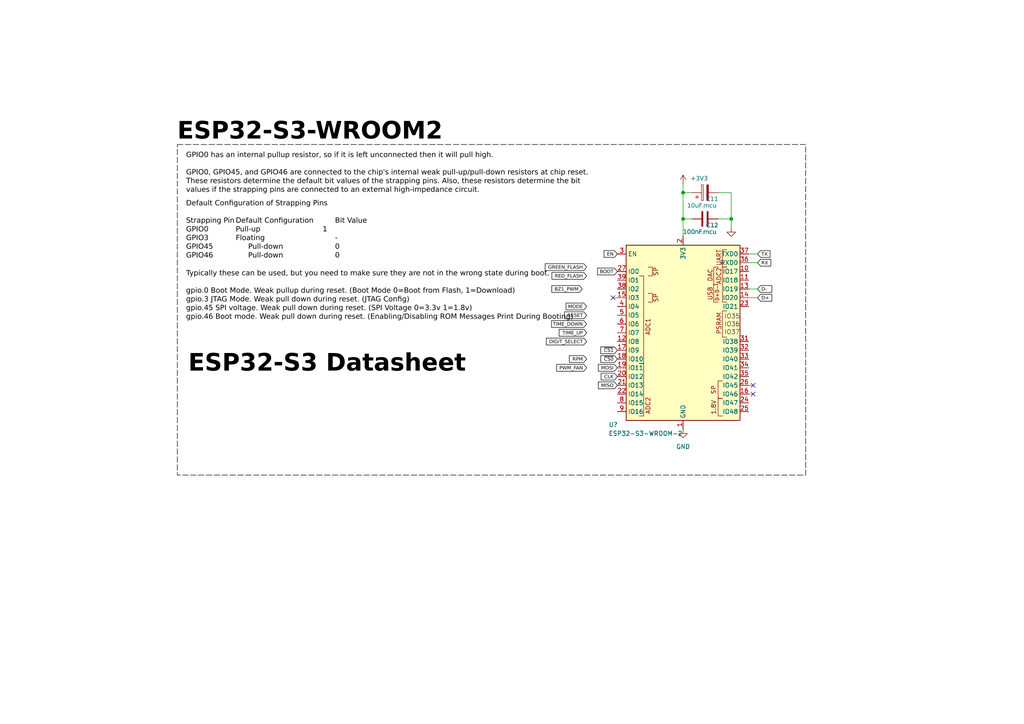
<source format=kicad_sch>
(kicad_sch (version 20231120) (generator "eeschema") (generator_version "8.0")
  (paper "A4")
  (title_block (title "SchrackStopwatch") (date "2024-08-14") (rev "v.1.0.0") (company "SPS NA PROSEKU") (comment 1 "SAVVA POPOV"))
  (lib_symbols
    (symbol "Device:C" (pin_numbers hide) (pin_names (offset 0.254))
      (property "Reference" "C" (at 0.635 2.54 0))
      (property "Value" "C" (at 0.635 -2.54 0))
      (symbol "C_0_1"
        (polyline (pts (xy -2.032 -0.762) (xy 2.032 -0.762)) (stroke (width 0.508)))
        (polyline (pts (xy -2.032 0.762) (xy 2.032 0.762)) (stroke (width 0.508)))
      )
      (symbol "C_1_1"
        (pin passive line (at 0 3.81 270) (length 2.794) (name "~") (number "1"))
        (pin passive line (at 0 -3.81 90) (length 2.794) (name "~") (number "2"))
      )
    )
    (symbol "Device:C_Polarized" (pin_numbers hide) (pin_names (offset 0.254))
      (property "Reference" "C" (at 0.635 2.54 0))
      (property "Value" "C_Polarized" (at 0.635 -2.54 0))
      (symbol "C_Polarized_0_1"
        (rectangle (start -2.286 0.508) (end 2.286 1.016))
        (polyline (pts (xy -1.778 2.286) (xy -0.762 2.286)))
        (polyline (pts (xy -1.27 2.794) (xy -1.27 1.778)))
        (rectangle (start 2.286 -0.508) (end -2.286 -1.016) (fill (type outline)))
      )
      (symbol "C_Polarized_1_1"
        (pin passive line (at 0 3.81 270) (length 2.794) (name "~") (number "1"))
        (pin passive line (at 0 -3.81 90) (length 2.794) (name "~") (number "2"))
      )
    )
    (symbol "GND_1" (power) (pin_numbers hide) (pin_names (offset 0) hide)
      (property "Value" "GND" (at 0 -3.81 0))
      (symbol "GND_1_0_1"
        (polyline (pts (xy 0 0) (xy 0 -1.27) (xy 1.27 -1.27) (xy 0 -2.54) (xy -1.27 -1.27) (xy 0 -1.27)))
      )
      (symbol "GND_1_1_1"
        (pin power_in line (at 0 0 270) (length 0) (name "~") (number "1"))
      )
    )
    (symbol "power:+3V3" (power) (pin_names (offset 0))
      (property "Value" "+3V3" (at 0 3.556 0))
      (symbol "+3V3_0_1"
        (polyline (pts (xy -0.762 1.27) (xy 0 2.54)))
        (polyline (pts (xy 0 0) (xy 0 2.54)))
        (polyline (pts (xy 0 2.54) (xy 0.762 1.27)))
      )
      (symbol "+3V3_1_1"
        (pin power_in line (at 0 0 90) (length 0) hide (name "+3V3") (number "1"))
      )
    )
    (symbol "power:GND" (power) (pin_numbers hide) (pin_names (offset 0) hide)
      (property "Value" "GND" (at 0 -3.81 0))
      (symbol "GND_0_1"
        (polyline (pts (xy 0 0) (xy 0 -1.27) (xy 1.27 -1.27) (xy 0 -2.54) (xy -1.27 -1.27) (xy 0 -1.27)))
      )
      (symbol "GND_1_1"
        (pin power_in line (at 0 0 270) (length 0) (name "~") (number "1"))
      )
    )
    (symbol "sumec_sch_lib:ESP32-S3-WROOM-2_CUSTOM_made_by_bismarx"
      (property "Reference" "U3" (at -26.162 -28.956 0))
      (property "Value" "ESP32-S3-WROOM-2" (at -26.162 -31.242 0))
      (symbol "ESP32-S3-WROOM-2_CUSTOM_made_by_bismarx_0_0"
        (rectangle (start -20.32 25.4) (end 12.7 -25.4) (stroke (width 0.254)) (fill (type background)))
        (text "PSRAM" (at 6.604 2.794 900) (effects (font (size 1.27 1.27))))
      )
      (symbol "ESP32-S3-WROOM-2_CUSTOM_made_by_bismarx_0_1"
        (polyline (pts (xy -16.51 -8.89) (xy -15.24 -8.89) (xy -15.24 -24.13) (xy -16.51 -24.13)))
        (polyline (pts (xy -16.51 16.51) (xy -15.24 16.51) (xy -15.24 -8.89) (xy -16.51 -8.89)))
        (polyline (pts (xy -13.97 8.89) (xy -12.7 8.89) (xy -12.7 11.43) (xy -13.97 11.43)))
        (polyline (pts (xy -13.97 16.51) (xy -12.7 16.51) (xy -12.7 19.05) (xy -13.97 19.05)))
        (polyline (pts (xy 6.35 8.89) (xy 5.08 8.89) (xy 5.08 13.97) (xy 6.35 13.97)))
        (polyline (pts (xy 6.35 13.97) (xy 5.08 13.97) (xy 5.08 19.05) (xy 6.35 19.05)))
        (polyline (pts (xy 7.62 -24.13) (xy 6.35 -24.13) (xy 6.35 -19.05) (xy 7.62 -19.05)))
        (polyline (pts (xy 7.62 -19.05) (xy 6.35 -19.05) (xy 6.35 -13.97) (xy 7.62 -13.97)))
        (polyline (pts (xy 8.89 -1.27) (xy 7.62 -1.27) (xy 7.62 6.35) (xy 8.89 6.35)))
        (polyline (pts (xy 8.89 8.89) (xy 7.62 8.89) (xy 7.62 19.05) (xy 8.89 19.05)))
        (polyline (pts (xy 8.89 19.05) (xy 7.62 19.05) (xy 7.62 24.13) (xy 8.89 24.13)))
      )
      (symbol "ESP32-S3-WROOM-2_CUSTOM_made_by_bismarx_1_0"
        (text "1.8V" (at 5.08 -21.59 900) (effects (font (size 1.27 1.27))))
        (text "ADC1" (at -13.97 1.778 900) (effects (font (size 1.27 1.27))))
        (text "ADC2" (at -13.97 -21.082 900) (effects (font (size 1.27 1.27))))
        (text "ADC2" (at 6.604 16.51 900) (effects (font (size 1.27 1.27))))
        (text "D+" (at 6.096 10.414 900) (effects (font (size 1 1))))
        (text "D-" (at 6.096 12.7 900) (effects (font (size 1 1))))
        (text "DAC" (at 4.064 16.764 900) (effects (font (size 1.27 1.27))))
        (text "SP" (at -11.684 10.16 900) (effects (font (size 1.27 1.27))))
        (text "SP" (at -11.684 17.78 900) (effects (font (size 1.27 1.27))))
        (text "SP" (at 5.08 -16.51 900) (effects (font (size 1.27 1.27))))
        (text "UART" (at 6.604 21.844 900) (effects (font (size 1.27 1.27))))
        (text "USB" (at 4.064 11.43 900) (effects (font (size 1.27 1.27))))
      )
      (symbol "ESP32-S3-WROOM-2_CUSTOM_made_by_bismarx_1_1"
        (text "IO35" (at 10.414 4.826 0) (effects (font (size 1.27 1.27))))
        (text "IO36" (at 10.414 2.54 0) (effects (font (size 1.27 1.27))))
        (text "IO37" (at 10.414 0.254 0) (effects (font (size 1.27 1.27))))
        (pin power_in line (at -3.81 -27.94 90) (length 2.54) (name "GND") (number "1"))
        (pin bidirectional line (at 15.24 17.78 180) (length 2.54) (name "IO17") (number "10"))
        (pin bidirectional line (at 15.24 15.24 180) (length 2.54) (name "IO18") (number "11"))
        (pin bidirectional line (at -22.86 -2.54 0) (length 2.54) (name "IO8") (number "12"))
        (pin bidirectional line (at 15.24 12.7 180) (length 2.54) (name "IO19") (number "13"))
        (pin bidirectional line (at 15.24 10.16 180) (length 2.54) (name "IO20") (number "14"))
        (pin bidirectional line (at -22.86 10.16 0) (length 2.54) (name "IO3") (number "15"))
        (pin bidirectional line (at 15.24 -17.78 180) (length 2.54) (name "IO46") (number "16"))
        (pin bidirectional line (at -22.86 -5.08 0) (length 2.54) (name "IO9") (number "17"))
        (pin bidirectional line (at -22.86 -7.62 0) (length 2.54) (name "IO10") (number "18"))
        (pin bidirectional line (at -22.86 -10.16 0) (length 2.54) (name "IO11") (number "19"))
        (pin power_in line (at -3.81 27.94 270) (length 2.54) (name "3V3") (number "2"))
        (pin bidirectional line (at -22.86 -12.7 0) (length 2.54) (name "IO12") (number "20"))
        (pin bidirectional line (at -22.86 -15.24 0) (length 2.54) (name "IO13") (number "21"))
        (pin bidirectional line (at -22.86 -17.78 0) (length 2.54) (name "IO14") (number "22"))
        (pin bidirectional line (at 15.24 7.62 180) (length 2.54) (name "IO21") (number "23"))
        (pin bidirectional line (at 15.24 -20.32 180) (length 2.54) (name "IO47") (number "24"))
        (pin bidirectional line (at 15.24 -22.86 180) (length 2.54) (name "IO48") (number "25"))
        (pin bidirectional line (at 15.24 -15.24 180) (length 2.54) (name "IO45") (number "26"))
        (pin bidirectional line (at -22.86 17.78 0) (length 2.54) (name "IO0") (number "27"))
        (pin input line (at -22.86 22.86 0) (length 2.54) (name "EN") (number "3"))
        (pin bidirectional line (at 15.24 -2.54 180) (length 2.54) (name "IO38") (number "31"))
        (pin bidirectional line (at 15.24 -5.08 180) (length 2.54) (name "IO39") (number "32"))
        (pin bidirectional line (at 15.24 -7.62 180) (length 2.54) (name "IO40") (number "33"))
        (pin bidirectional line (at 15.24 -10.16 180) (length 2.54) (name "IO41") (number "34"))
        (pin bidirectional line (at 15.24 -12.7 180) (length 2.54) (name "IO42") (number "35"))
        (pin bidirectional line (at 15.24 20.32 180) (length 2.54) (name "RXD0") (number "36"))
        (pin bidirectional line (at 15.24 22.86 180) (length 2.54) (name "TXD0") (number "37"))
        (pin bidirectional line (at -22.86 12.7 0) (length 2.54) (name "IO2") (number "38"))
        (pin bidirectional line (at -22.86 15.24 0) (length 2.54) (name "IO1") (number "39"))
        (pin bidirectional line (at -22.86 7.62 0) (length 2.54) (name "IO4") (number "4"))
        (pin passive line (at -3.81 -27.94 90) (length 2.54) hide (name "GND") (number "40"))
        (pin passive line (at -3.81 -27.94 90) (length 2.54) hide (name "GND") (number "41"))
        (pin bidirectional line (at -22.86 5.08 0) (length 2.54) (name "IO5") (number "5"))
        (pin bidirectional line (at -22.86 2.54 0) (length 2.54) (name "IO6") (number "6"))
        (pin bidirectional line (at -22.86 0 0) (length 2.54) (name "IO7") (number "7"))
        (pin bidirectional line (at -22.86 -20.32 0) (length 2.54) (name "IO15") (number "8"))
        (pin bidirectional line (at -22.86 -22.86 0) (length 2.54) (name "IO16") (number "9"))
      )
    )
  )
  (junction (at 212.09 63.5))
  (junction (at 198.12 55.88))
  (junction (at 198.12 63.5))
  (no_connect (at 218.44 114.3))
  (no_connect (at 177.8 86.36))
  (no_connect (at 218.44 111.76))
  (wire (pts (xy 198.12 55.88) (xy 200.66 55.88)))
  (wire (pts (xy 219.71 73.66) (xy 217.17 73.66)))
  (wire (pts (xy 219.71 76.2) (xy 217.17 76.2)))
  (wire (pts (xy 219.71 86.36) (xy 217.17 86.36)))
  (wire (pts (xy 212.09 63.5) (xy 212.09 66.04)))
  (wire (pts (xy 208.28 63.5) (xy 212.09 63.5)))
  (wire (pts (xy 208.28 55.88) (xy 212.09 55.88)))
  (wire (pts (xy 212.09 55.88) (xy 212.09 63.5)))
  (wire (pts (xy 218.44 111.76) (xy 217.17 111.76)))
  (wire (pts (xy 198.12 55.88) (xy 198.12 63.5)))
  (wire (pts (xy 200.66 63.5) (xy 198.12 63.5)))
  (wire (pts (xy 198.12 63.5) (xy 198.12 68.58)))
  (wire (pts (xy 219.71 83.82) (xy 217.17 83.82)))
  (wire (pts (xy 198.12 53.34) (xy 198.12 55.88)))
  (wire (pts (xy 177.8 86.36) (xy 179.07 86.36)))
  (wire (pts (xy 218.44 114.3) (xy 217.17 114.3)))
  (rectangle (start 51.435 41.91) (end 233.68 137.795) (stroke (width 0) (type dash) (color 0 0 0 1)))
  (text "Default Configuration of Strapping Pins\n\nStrapping Pin	Default Configuration		Bit Value\nGPIO0 			Pull-up						1\nGPIO3			Floating						-\nGPIO45			Pull-down					0\nGPIO46			Pull-down					0" (at 53.975 75.565 0) (effects (font (size 1.5 1.5)) (justify left bottom)))
  (text "ESP32-S3-WROOM2" (at 51.435 42.545 0) (effects (font (size 5 5) (bold yes)) (justify left bottom)))
  (text "GPIO0 has an internal pullup resistor, so if it is left unconnected then it will pull high.\n\nGPIO0, GPIO45, and GPIO46 are connected to the chip's internal weak pull-up/pull-down resistors at chip reset.\nThese resistors determine the default bit values of the strapping pins. Also, these resistors determine the bit\nvalues if the strapping pins are connected to an external high-impedance circuit." (at 53.975 56.515 0) (effects (font (size 1.5 1.5)) (justify left bottom)))
  (text "Typically these can be used, but you need to make sure they are not in the wrong state during boot.\n\ngpio.0 Boot Mode. Weak pullup during reset. (Boot Mode 0=Boot from Flash, 1=Download)\ngpio.3 JTAG Mode. Weak pull down during reset. (JTAG Config)\ngpio.45 SPI voltage. Weak pull down during reset. (SPI Voltage 0=3.3v 1=1.8v)\ngpio.46 Boot mode. Weak pull down during reset. (Enabling/Disabling ROM Messages Print During Booting)" (at 53.975 93.345 0) (effects (font (size 1.5 1.5)) (justify left bottom)))
  (text "ESP32-S3 Datasheet" (at 54.61 109.855 0) (effects (font (size 5 5) (thickness 1) (bold yes)) (justify left bottom)))
  (global_label "RESET" (shape input) (at 170.18 91.44 180) (effects (font (size 1 1))) (property "Intersheetrefs" "${INTERSHEET_REFS}" (effects (hide yes))))
  (global_label "~{CS0}" (shape input) (at 179.07 104.14 180) (effects (font (size 1 1))) (property "Intersheetrefs" "${INTERSHEET_REFS}" (effects (hide yes))))
  (global_label "RPM" (shape input) (at 170.18 104.14 180) (effects (font (size 1 1))) (property "Intersheetrefs" "${INTERSHEET_REFS}" (effects (hide yes))))
  (global_label "D-" (shape input) (at 219.71 83.82 0) (effects (font (size 1 1))) (property "Intersheetrefs" "${INTERSHEET_REFS}" (effects (hide yes))))
  (global_label "TX" (shape input) (at 219.71 73.66 0) (effects (font (size 1 1))) (property "Intersheetrefs" "${INTERSHEET_REFS}" (effects (hide yes))))
  (global_label "MOSI" (shape input) (at 179.07 106.68 180) (effects (font (size 1 1))) (property "Intersheetrefs" "${INTERSHEET_REFS}" (effects (hide yes))))
  (global_label "D+" (shape input) (at 219.71 86.36 0) (effects (font (size 1 1))) (property "Intersheetrefs" "${INTERSHEET_REFS}" (effects (hide yes))))
  (global_label "RX" (shape input) (at 219.71 76.2 0) (effects (font (size 1 1))) (property "Intersheetrefs" "${INTERSHEET_REFS}" (effects (hide yes))))
  (global_label "BOOT" (shape input) (at 179.07 78.74 180) (effects (font (size 1 1))) (property "Intersheetrefs" "${INTERSHEET_REFS}" (effects (hide yes))))
  (global_label "GREEN_FLASH" (shape input) (at 170.18 77.47 180) (effects (font (size 1 1))) (property "Intersheetrefs" "${INTERSHEET_REFS}" (effects (hide yes))))
  (global_label "TIME_DOWN" (shape input) (at 170.18 93.98 180) (effects (font (size 1 1))) (property "Intersheetrefs" "${INTERSHEET_REFS}" (effects (hide yes))))
  (global_label "MODE" (shape input) (at 170.18 88.9 180) (effects (font (size 1 1))) (property "Intersheetrefs" "${INTERSHEET_REFS}" (effects (hide yes))))
  (global_label "RED_FLASH" (shape input) (at 170.18 80.01 180) (effects (font (size 1 1))) (property "Intersheetrefs" "${INTERSHEET_REFS}" (effects (hide yes))))
  (global_label "~{CS1}" (shape input) (at 179.07 101.6 180) (effects (font (size 1 1))) (property "Intersheetrefs" "${INTERSHEET_REFS}" (effects (hide yes))))
  (global_label "DIGIT_SELECT" (shape input) (at 170.18 99.06 180) (effects (font (size 1 1))) (property "Intersheetrefs" "${INTERSHEET_REFS}" (effects (hide yes))))
  (global_label "BZ1_PWM" (shape input) (at 168.91 83.82 180) (effects (font (size 1 1))) (property "Intersheetrefs" "${INTERSHEET_REFS}" (effects (hide yes))))
  (global_label "CLK" (shape input) (at 179.07 109.22 180) (effects (font (size 1 1))) (property "Intersheetrefs" "${INTERSHEET_REFS}" (effects (hide yes))))
  (global_label "EN" (shape input) (at 179.07 73.66 180) (effects (font (size 1 1))) (property "Intersheetrefs" "${INTERSHEET_REFS}" (effects (hide yes))))
  (global_label "PWM_FAN" (shape input) (at 170.18 106.68 180) (effects (font (size 1 1))) (property "Intersheetrefs" "${INTERSHEET_REFS}" (effects (hide yes))))
  (global_label "MISO" (shape input) (at 179.07 111.76 180) (effects (font (size 1 1))) (property "Intersheetrefs" "${INTERSHEET_REFS}" (effects (hide yes))))
  (global_label "TIME_UP" (shape input) (at 170.18 96.52 180) (effects (font (size 1 1))) (property "Intersheetrefs" "${INTERSHEET_REFS}" (effects (hide yes))))
  (symbol (lib_id "sumec_sch_lib:ESP32-S3-WROOM-2_CUSTOM_made_by_bismarx") (at 201.93 96.52 0) (unit 1)
    (property "Reference" "U?" (at 176.53 123.19 0) (effects (justify left)))
    (property "Value" "ESP32-S3-WROOM-2" (at 176.53 125.73 0) (effects (justify left)))
    (property "Footprint" "PCM_Espressif:ESP32-S3-WROOM-2" (effects (hide yes)))
    (property "Datasheet" "https://www.espressif.com/sites/default/files/documentation/esp32-s3-wroom-1_wroom-1u_datasheet_en.pdf" (effects (hide yes)))
    (property "Description" "RF Module, ESP32-S3 SoC, Wi-Fi 802.11b/g/n, Bluetooth, BLE, 32-bit, 3.3V, onboard antenna, SMD" (effects (hide yes)))
  )
  (symbol (lib_id "Device:C") (at 204.47 63.5 90) (mirror x) (unit 1)
    (property "Reference" "C12" (at 208.28 65.405 90) (effects (justify left)))
    (property "Value" "100nF.mcu" (at 208.28 67.31 90) (effects (justify left)))
    (property "Footprint" "Capacitor_SMD:C_0805_2012Metric_Pad1.18x1.45mm_HandSolder" (effects (hide yes)))
  )
  (symbol (lib_id "Device:C_Polarized") (at 204.47 55.88 90) (unit 1)
    (property "Reference" "C11" (at 208.28 57.785 90) (effects (justify left)))
    (property "Value" "10uF.mcu" (at 208.28 59.69 90) (effects (justify left)))
    (property "Footprint" "Capacitor_Tantalum_SMD:CP_EIA-3216-18_Kemet-A_Pad1.58x1.35mm_HandSolder" (effects (hide yes)))
  )
  (symbol (lib_id "power:+3V3") (at 198.12 53.34 0) (unit 1)
    (property "Reference" "#PWR023" (effects (hide yes)))
    (property "Value" "+3V3" (at 200.152 51.816 0) (effects (justify left)))
  )
  (symbol (lib_id "power:GND") (at 198.12 124.46 0) (unit 1)
    (property "Reference" "#PWR024" (effects (hide yes)))
    (property "Value" "GND" (at 198.12 129.54 0))
    (property "Description" "Power symbol creates a global label with name \"GND\" , ground" (effects (hide yes)))
  )
  (symbol (lib_name "GND_1") (lib_id "power:GND") (at 212.09 66.04 0) (unit 1)
    (property "Reference" "#PWR025" (effects (hide yes)))
    (property "Value" "GND" (effects (hide yes)))
    (property "Description" "Power symbol creates a global label with name \"GND\" , ground" (effects (hide yes)))
  )
)
</source>
